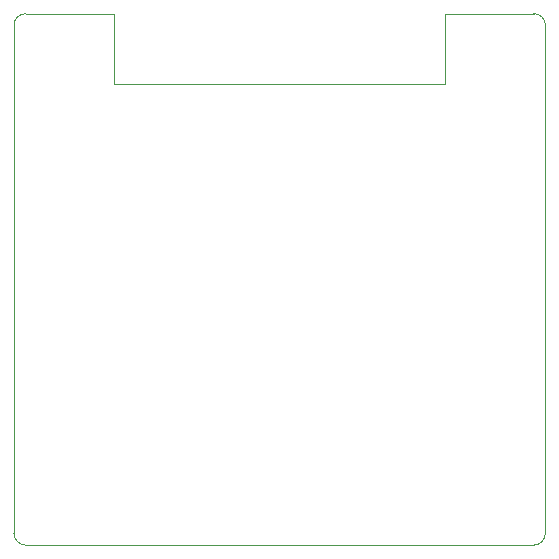
<source format=gbr>
%TF.GenerationSoftware,KiCad,Pcbnew,(5.1.9-0-10_14)*%
%TF.CreationDate,2021-04-22T09:23:16+01:00*%
%TF.ProjectId,Controller,436f6e74-726f-46c6-9c65-722e6b696361,rev?*%
%TF.SameCoordinates,Original*%
%TF.FileFunction,Profile,NP*%
%FSLAX46Y46*%
G04 Gerber Fmt 4.6, Leading zero omitted, Abs format (unit mm)*
G04 Created by KiCad (PCBNEW (5.1.9-0-10_14)) date 2021-04-22 09:23:16*
%MOMM*%
%LPD*%
G01*
G04 APERTURE LIST*
%TA.AperFunction,Profile*%
%ADD10C,0.100000*%
%TD*%
G04 APERTURE END LIST*
D10*
X94000000Y-95000000D02*
G75*
G02*
X95000000Y-96000000I0J-1000000D01*
G01*
X95000000Y-139000000D02*
G75*
G02*
X94000000Y-140000000I-1000000J0D01*
G01*
X51000000Y-140000000D02*
G75*
G02*
X50000000Y-139000000I0J1000000D01*
G01*
X50000000Y-96000000D02*
G75*
G02*
X51000000Y-95000000I1000000J0D01*
G01*
X86500000Y-95000000D02*
X94000000Y-95000000D01*
X86500000Y-101000000D02*
X86500000Y-95000000D01*
X58500000Y-101000000D02*
X86500000Y-101000000D01*
X58500000Y-95000000D02*
X58500000Y-101000000D01*
X94000000Y-140000000D02*
X51000000Y-140000000D01*
X95000000Y-96000000D02*
X95000000Y-139000000D01*
X51000000Y-95000000D02*
X58500000Y-95000000D01*
X50000000Y-139000000D02*
X50000000Y-96000000D01*
M02*

</source>
